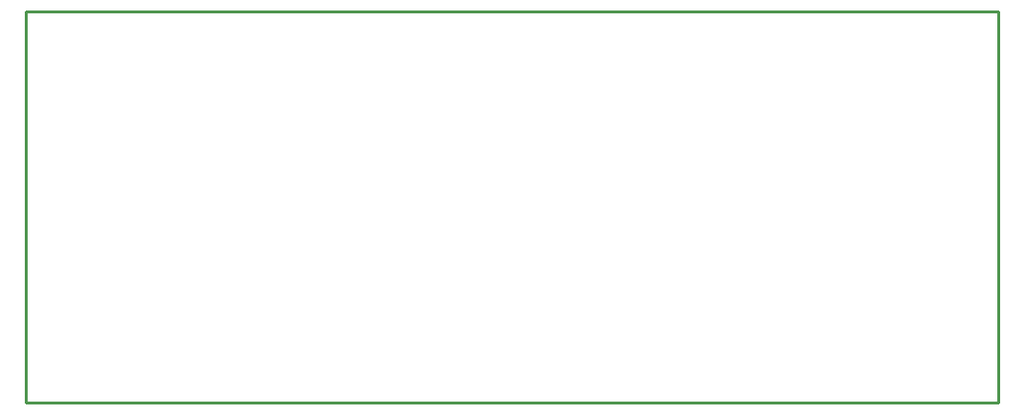
<source format=gko>
G04 Layer_Color=16711935*
%FSLAX25Y25*%
%MOIN*%
G70*
G01*
G75*
%ADD11C,0.01000*%
D11*
X477362Y147638D02*
Y284449D01*
X137795D02*
X477362D01*
X137795Y147638D02*
Y284449D01*
Y147638D02*
X477362D01*
M02*

</source>
